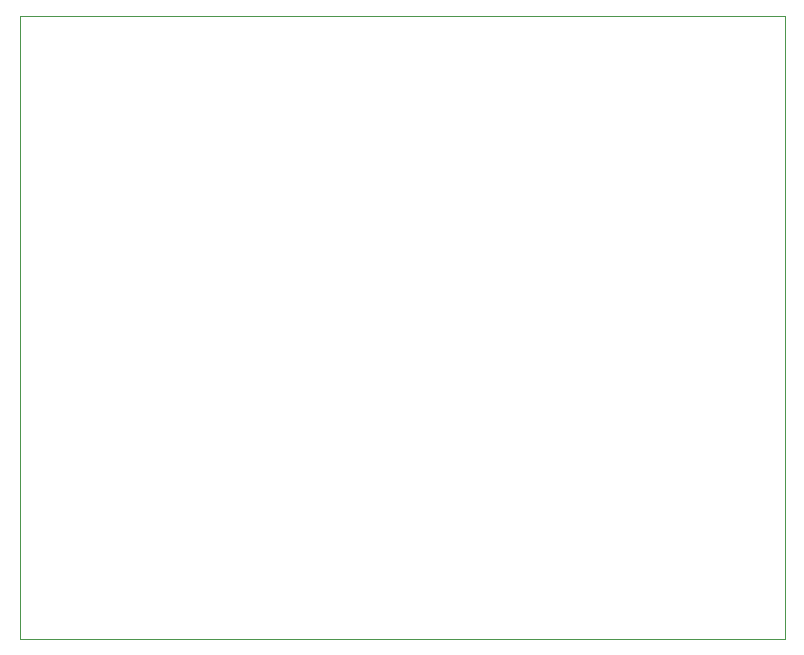
<source format=gbr>
G04 #@! TF.FileFunction,Profile,NP*
%FSLAX46Y46*%
G04 Gerber Fmt 4.6, Leading zero omitted, Abs format (unit mm)*
G04 Created by KiCad (PCBNEW (2015-05-27 BZR 5686)-product) date 2015年05月29日 星期五 17时45分10秒*
%MOMM*%
G01*
G04 APERTURE LIST*
%ADD10C,0.100000*%
G04 APERTURE END LIST*
D10*
X128905000Y-146685000D02*
X128905000Y-93980000D01*
X193675000Y-146685000D02*
X128905000Y-146685000D01*
X193675000Y-93980000D02*
X193675000Y-146685000D01*
X128905000Y-93980000D02*
X193675000Y-93980000D01*
M02*

</source>
